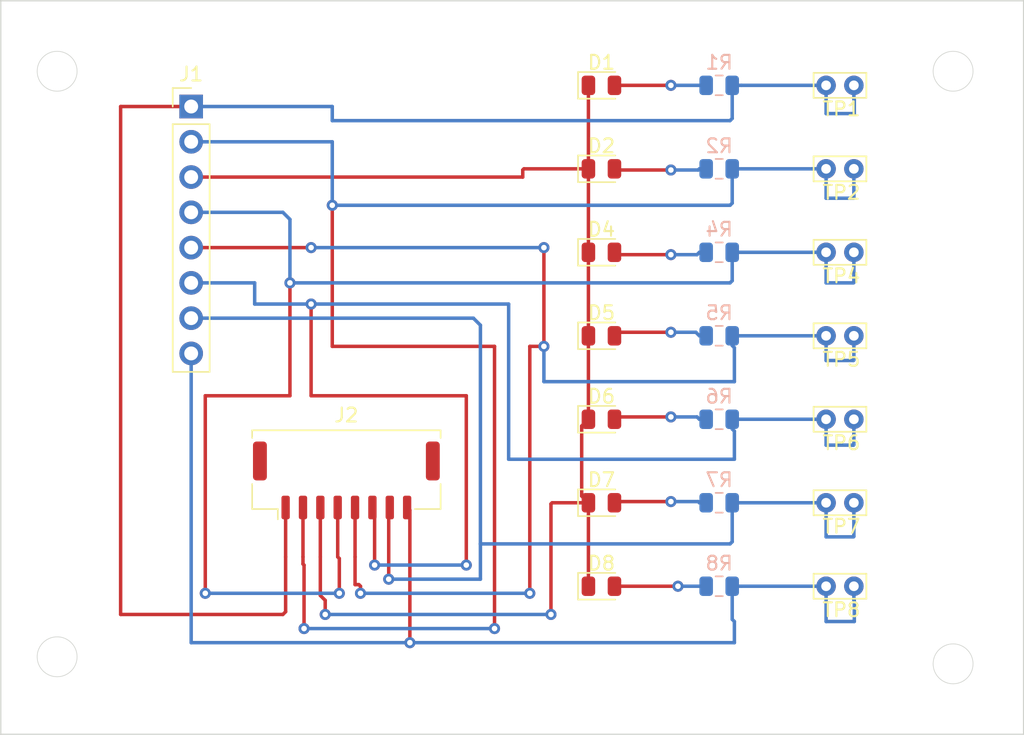
<source format=kicad_pcb>
(kicad_pcb (version 20171130) (host pcbnew "(5.1.5)-3")

  (general
    (thickness 1.6)
    (drawings 8)
    (tracks 230)
    (zones 0)
    (modules 23)
    (nets 16)
  )

  (page A4)
  (layers
    (0 F.Cu signal)
    (31 B.Cu signal)
    (32 B.Adhes user)
    (33 F.Adhes user)
    (34 B.Paste user)
    (35 F.Paste user)
    (36 B.SilkS user)
    (37 F.SilkS user)
    (38 B.Mask user)
    (39 F.Mask user)
    (40 Dwgs.User user)
    (41 Cmts.User user)
    (42 Eco1.User user)
    (43 Eco2.User user)
    (44 Edge.Cuts user)
    (45 Margin user)
    (46 B.CrtYd user)
    (47 F.CrtYd user)
    (48 B.Fab user)
    (49 F.Fab user)
  )

  (setup
    (last_trace_width 0.25)
    (trace_clearance 0.2)
    (zone_clearance 0.508)
    (zone_45_only no)
    (trace_min 0.2)
    (via_size 0.8)
    (via_drill 0.4)
    (via_min_size 0.4)
    (via_min_drill 0.3)
    (uvia_size 0.3)
    (uvia_drill 0.1)
    (uvias_allowed no)
    (uvia_min_size 0.2)
    (uvia_min_drill 0.1)
    (edge_width 0.1)
    (segment_width 0.2)
    (pcb_text_width 0.3)
    (pcb_text_size 1.5 1.5)
    (mod_edge_width 0.15)
    (mod_text_size 1 1)
    (mod_text_width 0.15)
    (pad_size 1.524 1.524)
    (pad_drill 0.762)
    (pad_to_mask_clearance 0)
    (aux_axis_origin 0 0)
    (visible_elements 7FFFFFFF)
    (pcbplotparams
      (layerselection 0x010fc_ffffffff)
      (usegerberextensions false)
      (usegerberattributes false)
      (usegerberadvancedattributes false)
      (creategerberjobfile false)
      (excludeedgelayer true)
      (linewidth 0.100000)
      (plotframeref false)
      (viasonmask false)
      (mode 1)
      (useauxorigin false)
      (hpglpennumber 1)
      (hpglpenspeed 20)
      (hpglpendiameter 15.000000)
      (psnegative false)
      (psa4output false)
      (plotreference true)
      (plotvalue true)
      (plotinvisibletext false)
      (padsonsilk false)
      (subtractmaskfromsilk false)
      (outputformat 1)
      (mirror false)
      (drillshape 1)
      (scaleselection 1)
      (outputdirectory ""))
  )

  (net 0 "")
  (net 1 GND)
  (net 2 "Net-(D1-Pad2)")
  (net 3 "Net-(D2-Pad2)")
  (net 4 "Net-(D4-Pad2)")
  (net 5 "Net-(D5-Pad2)")
  (net 6 "Net-(D6-Pad2)")
  (net 7 "Net-(D7-Pad2)")
  (net 8 "Net-(D8-Pad2)")
  (net 9 +5V)
  (net 10 +3V3)
  (net 11 /SCL)
  (net 12 /SDA)
  (net 13 /SD0)
  (net 14 /NCS)
  (net 15 /CSB)

  (net_class Default "Esta es la clase de red por defecto."
    (clearance 0.2)
    (trace_width 0.25)
    (via_dia 0.8)
    (via_drill 0.4)
    (uvia_dia 0.3)
    (uvia_drill 0.1)
    (add_net +3V3)
    (add_net +5V)
    (add_net /CSB)
    (add_net /NCS)
    (add_net /SCL)
    (add_net /SD0)
    (add_net /SDA)
    (add_net GND)
    (add_net "Net-(D1-Pad2)")
    (add_net "Net-(D2-Pad2)")
    (add_net "Net-(D4-Pad2)")
    (add_net "Net-(D5-Pad2)")
    (add_net "Net-(D6-Pad2)")
    (add_net "Net-(D7-Pad2)")
    (add_net "Net-(D8-Pad2)")
  )

  (module LED_SMD:LED_0805_2012Metric (layer F.Cu) (tedit 5B36C52C) (tstamp 5EFF8DA7)
    (at 157.5585 57.404)
    (descr "LED SMD 0805 (2012 Metric), square (rectangular) end terminal, IPC_7351 nominal, (Body size source: https://docs.google.com/spreadsheets/d/1BsfQQcO9C6DZCsRaXUlFlo91Tg2WpOkGARC1WS5S8t0/edit?usp=sharing), generated with kicad-footprint-generator")
    (tags diode)
    (path /5EFF637E)
    (attr smd)
    (fp_text reference D1 (at 0 -1.65) (layer F.SilkS)
      (effects (font (size 1 1) (thickness 0.15)))
    )
    (fp_text value LED (at 0 1.65) (layer F.Fab)
      (effects (font (size 1 1) (thickness 0.15)))
    )
    (fp_line (start 1 -0.6) (end -0.7 -0.6) (layer F.Fab) (width 0.1))
    (fp_line (start -0.7 -0.6) (end -1 -0.3) (layer F.Fab) (width 0.1))
    (fp_line (start -1 -0.3) (end -1 0.6) (layer F.Fab) (width 0.1))
    (fp_line (start -1 0.6) (end 1 0.6) (layer F.Fab) (width 0.1))
    (fp_line (start 1 0.6) (end 1 -0.6) (layer F.Fab) (width 0.1))
    (fp_line (start 1 -0.96) (end -1.685 -0.96) (layer F.SilkS) (width 0.12))
    (fp_line (start -1.685 -0.96) (end -1.685 0.96) (layer F.SilkS) (width 0.12))
    (fp_line (start -1.685 0.96) (end 1 0.96) (layer F.SilkS) (width 0.12))
    (fp_line (start -1.68 0.95) (end -1.68 -0.95) (layer F.CrtYd) (width 0.05))
    (fp_line (start -1.68 -0.95) (end 1.68 -0.95) (layer F.CrtYd) (width 0.05))
    (fp_line (start 1.68 -0.95) (end 1.68 0.95) (layer F.CrtYd) (width 0.05))
    (fp_line (start 1.68 0.95) (end -1.68 0.95) (layer F.CrtYd) (width 0.05))
    (fp_text user %R (at 0 0) (layer F.Fab)
      (effects (font (size 0.5 0.5) (thickness 0.08)))
    )
    (pad 1 smd roundrect (at -0.9375 0) (size 0.975 1.4) (layers F.Cu F.Paste F.Mask) (roundrect_rratio 0.25)
      (net 1 GND))
    (pad 2 smd roundrect (at 0.9375 0) (size 0.975 1.4) (layers F.Cu F.Paste F.Mask) (roundrect_rratio 0.25)
      (net 2 "Net-(D1-Pad2)"))
    (model ${KISYS3DMOD}/LED_SMD.3dshapes/LED_0805_2012Metric.wrl
      (at (xyz 0 0 0))
      (scale (xyz 1 1 1))
      (rotate (xyz 0 0 0))
    )
  )

  (module LED_SMD:LED_0805_2012Metric (layer F.Cu) (tedit 5B36C52C) (tstamp 5EFF8DBA)
    (at 157.5585 63.415333)
    (descr "LED SMD 0805 (2012 Metric), square (rectangular) end terminal, IPC_7351 nominal, (Body size source: https://docs.google.com/spreadsheets/d/1BsfQQcO9C6DZCsRaXUlFlo91Tg2WpOkGARC1WS5S8t0/edit?usp=sharing), generated with kicad-footprint-generator")
    (tags diode)
    (path /5EFFA6CD)
    (attr smd)
    (fp_text reference D2 (at 0 -1.65) (layer F.SilkS)
      (effects (font (size 1 1) (thickness 0.15)))
    )
    (fp_text value LED (at 0 1.65) (layer F.Fab)
      (effects (font (size 1 1) (thickness 0.15)))
    )
    (fp_text user %R (at 0 0) (layer F.Fab)
      (effects (font (size 0.5 0.5) (thickness 0.08)))
    )
    (fp_line (start 1.68 0.95) (end -1.68 0.95) (layer F.CrtYd) (width 0.05))
    (fp_line (start 1.68 -0.95) (end 1.68 0.95) (layer F.CrtYd) (width 0.05))
    (fp_line (start -1.68 -0.95) (end 1.68 -0.95) (layer F.CrtYd) (width 0.05))
    (fp_line (start -1.68 0.95) (end -1.68 -0.95) (layer F.CrtYd) (width 0.05))
    (fp_line (start -1.685 0.96) (end 1 0.96) (layer F.SilkS) (width 0.12))
    (fp_line (start -1.685 -0.96) (end -1.685 0.96) (layer F.SilkS) (width 0.12))
    (fp_line (start 1 -0.96) (end -1.685 -0.96) (layer F.SilkS) (width 0.12))
    (fp_line (start 1 0.6) (end 1 -0.6) (layer F.Fab) (width 0.1))
    (fp_line (start -1 0.6) (end 1 0.6) (layer F.Fab) (width 0.1))
    (fp_line (start -1 -0.3) (end -1 0.6) (layer F.Fab) (width 0.1))
    (fp_line (start -0.7 -0.6) (end -1 -0.3) (layer F.Fab) (width 0.1))
    (fp_line (start 1 -0.6) (end -0.7 -0.6) (layer F.Fab) (width 0.1))
    (pad 2 smd roundrect (at 0.9375 0) (size 0.975 1.4) (layers F.Cu F.Paste F.Mask) (roundrect_rratio 0.25)
      (net 3 "Net-(D2-Pad2)"))
    (pad 1 smd roundrect (at -0.9375 0) (size 0.975 1.4) (layers F.Cu F.Paste F.Mask) (roundrect_rratio 0.25)
      (net 1 GND))
    (model ${KISYS3DMOD}/LED_SMD.3dshapes/LED_0805_2012Metric.wrl
      (at (xyz 0 0 0))
      (scale (xyz 1 1 1))
      (rotate (xyz 0 0 0))
    )
  )

  (module LED_SMD:LED_0805_2012Metric (layer F.Cu) (tedit 5B36C52C) (tstamp 5EFF8DCD)
    (at 157.5585 69.426666)
    (descr "LED SMD 0805 (2012 Metric), square (rectangular) end terminal, IPC_7351 nominal, (Body size source: https://docs.google.com/spreadsheets/d/1BsfQQcO9C6DZCsRaXUlFlo91Tg2WpOkGARC1WS5S8t0/edit?usp=sharing), generated with kicad-footprint-generator")
    (tags diode)
    (path /5F0059AF)
    (attr smd)
    (fp_text reference D4 (at 0 -1.65) (layer F.SilkS)
      (effects (font (size 1 1) (thickness 0.15)))
    )
    (fp_text value LED (at 0 1.65) (layer F.Fab)
      (effects (font (size 1 1) (thickness 0.15)))
    )
    (fp_line (start 1 -0.6) (end -0.7 -0.6) (layer F.Fab) (width 0.1))
    (fp_line (start -0.7 -0.6) (end -1 -0.3) (layer F.Fab) (width 0.1))
    (fp_line (start -1 -0.3) (end -1 0.6) (layer F.Fab) (width 0.1))
    (fp_line (start -1 0.6) (end 1 0.6) (layer F.Fab) (width 0.1))
    (fp_line (start 1 0.6) (end 1 -0.6) (layer F.Fab) (width 0.1))
    (fp_line (start 1 -0.96) (end -1.685 -0.96) (layer F.SilkS) (width 0.12))
    (fp_line (start -1.685 -0.96) (end -1.685 0.96) (layer F.SilkS) (width 0.12))
    (fp_line (start -1.685 0.96) (end 1 0.96) (layer F.SilkS) (width 0.12))
    (fp_line (start -1.68 0.95) (end -1.68 -0.95) (layer F.CrtYd) (width 0.05))
    (fp_line (start -1.68 -0.95) (end 1.68 -0.95) (layer F.CrtYd) (width 0.05))
    (fp_line (start 1.68 -0.95) (end 1.68 0.95) (layer F.CrtYd) (width 0.05))
    (fp_line (start 1.68 0.95) (end -1.68 0.95) (layer F.CrtYd) (width 0.05))
    (fp_text user %R (at 0 0) (layer F.Fab)
      (effects (font (size 0.5 0.5) (thickness 0.08)))
    )
    (pad 1 smd roundrect (at -0.9375 0) (size 0.975 1.4) (layers F.Cu F.Paste F.Mask) (roundrect_rratio 0.25)
      (net 1 GND))
    (pad 2 smd roundrect (at 0.9375 0) (size 0.975 1.4) (layers F.Cu F.Paste F.Mask) (roundrect_rratio 0.25)
      (net 4 "Net-(D4-Pad2)"))
    (model ${KISYS3DMOD}/LED_SMD.3dshapes/LED_0805_2012Metric.wrl
      (at (xyz 0 0 0))
      (scale (xyz 1 1 1))
      (rotate (xyz 0 0 0))
    )
  )

  (module LED_SMD:LED_0805_2012Metric (layer F.Cu) (tedit 5B36C52C) (tstamp 5EFF8DE0)
    (at 157.5585 75.437999)
    (descr "LED SMD 0805 (2012 Metric), square (rectangular) end terminal, IPC_7351 nominal, (Body size source: https://docs.google.com/spreadsheets/d/1BsfQQcO9C6DZCsRaXUlFlo91Tg2WpOkGARC1WS5S8t0/edit?usp=sharing), generated with kicad-footprint-generator")
    (tags diode)
    (path /5F007B3E)
    (attr smd)
    (fp_text reference D5 (at 0 -1.65) (layer F.SilkS)
      (effects (font (size 1 1) (thickness 0.15)))
    )
    (fp_text value LED (at 0 1.65) (layer F.Fab)
      (effects (font (size 1 1) (thickness 0.15)))
    )
    (fp_line (start 1 -0.6) (end -0.7 -0.6) (layer F.Fab) (width 0.1))
    (fp_line (start -0.7 -0.6) (end -1 -0.3) (layer F.Fab) (width 0.1))
    (fp_line (start -1 -0.3) (end -1 0.6) (layer F.Fab) (width 0.1))
    (fp_line (start -1 0.6) (end 1 0.6) (layer F.Fab) (width 0.1))
    (fp_line (start 1 0.6) (end 1 -0.6) (layer F.Fab) (width 0.1))
    (fp_line (start 1 -0.96) (end -1.685 -0.96) (layer F.SilkS) (width 0.12))
    (fp_line (start -1.685 -0.96) (end -1.685 0.96) (layer F.SilkS) (width 0.12))
    (fp_line (start -1.685 0.96) (end 1 0.96) (layer F.SilkS) (width 0.12))
    (fp_line (start -1.68 0.95) (end -1.68 -0.95) (layer F.CrtYd) (width 0.05))
    (fp_line (start -1.68 -0.95) (end 1.68 -0.95) (layer F.CrtYd) (width 0.05))
    (fp_line (start 1.68 -0.95) (end 1.68 0.95) (layer F.CrtYd) (width 0.05))
    (fp_line (start 1.68 0.95) (end -1.68 0.95) (layer F.CrtYd) (width 0.05))
    (fp_text user %R (at 0 0) (layer F.Fab)
      (effects (font (size 0.5 0.5) (thickness 0.08)))
    )
    (pad 1 smd roundrect (at -0.9375 0) (size 0.975 1.4) (layers F.Cu F.Paste F.Mask) (roundrect_rratio 0.25)
      (net 1 GND))
    (pad 2 smd roundrect (at 0.9375 0) (size 0.975 1.4) (layers F.Cu F.Paste F.Mask) (roundrect_rratio 0.25)
      (net 5 "Net-(D5-Pad2)"))
    (model ${KISYS3DMOD}/LED_SMD.3dshapes/LED_0805_2012Metric.wrl
      (at (xyz 0 0 0))
      (scale (xyz 1 1 1))
      (rotate (xyz 0 0 0))
    )
  )

  (module LED_SMD:LED_0805_2012Metric (layer F.Cu) (tedit 5B36C52C) (tstamp 5EFF8DF3)
    (at 157.5585 81.449332)
    (descr "LED SMD 0805 (2012 Metric), square (rectangular) end terminal, IPC_7351 nominal, (Body size source: https://docs.google.com/spreadsheets/d/1BsfQQcO9C6DZCsRaXUlFlo91Tg2WpOkGARC1WS5S8t0/edit?usp=sharing), generated with kicad-footprint-generator")
    (tags diode)
    (path /5F01755A)
    (attr smd)
    (fp_text reference D6 (at 0 -1.65) (layer F.SilkS)
      (effects (font (size 1 1) (thickness 0.15)))
    )
    (fp_text value LED (at 0 1.65) (layer F.Fab)
      (effects (font (size 1 1) (thickness 0.15)))
    )
    (fp_text user %R (at 0 0) (layer F.Fab)
      (effects (font (size 0.5 0.5) (thickness 0.08)))
    )
    (fp_line (start 1.68 0.95) (end -1.68 0.95) (layer F.CrtYd) (width 0.05))
    (fp_line (start 1.68 -0.95) (end 1.68 0.95) (layer F.CrtYd) (width 0.05))
    (fp_line (start -1.68 -0.95) (end 1.68 -0.95) (layer F.CrtYd) (width 0.05))
    (fp_line (start -1.68 0.95) (end -1.68 -0.95) (layer F.CrtYd) (width 0.05))
    (fp_line (start -1.685 0.96) (end 1 0.96) (layer F.SilkS) (width 0.12))
    (fp_line (start -1.685 -0.96) (end -1.685 0.96) (layer F.SilkS) (width 0.12))
    (fp_line (start 1 -0.96) (end -1.685 -0.96) (layer F.SilkS) (width 0.12))
    (fp_line (start 1 0.6) (end 1 -0.6) (layer F.Fab) (width 0.1))
    (fp_line (start -1 0.6) (end 1 0.6) (layer F.Fab) (width 0.1))
    (fp_line (start -1 -0.3) (end -1 0.6) (layer F.Fab) (width 0.1))
    (fp_line (start -0.7 -0.6) (end -1 -0.3) (layer F.Fab) (width 0.1))
    (fp_line (start 1 -0.6) (end -0.7 -0.6) (layer F.Fab) (width 0.1))
    (pad 2 smd roundrect (at 0.9375 0) (size 0.975 1.4) (layers F.Cu F.Paste F.Mask) (roundrect_rratio 0.25)
      (net 6 "Net-(D6-Pad2)"))
    (pad 1 smd roundrect (at -0.9375 0) (size 0.975 1.4) (layers F.Cu F.Paste F.Mask) (roundrect_rratio 0.25)
      (net 1 GND))
    (model ${KISYS3DMOD}/LED_SMD.3dshapes/LED_0805_2012Metric.wrl
      (at (xyz 0 0 0))
      (scale (xyz 1 1 1))
      (rotate (xyz 0 0 0))
    )
  )

  (module LED_SMD:LED_0805_2012Metric (layer F.Cu) (tedit 5B36C52C) (tstamp 5EFF8E06)
    (at 157.5585 87.460665)
    (descr "LED SMD 0805 (2012 Metric), square (rectangular) end terminal, IPC_7351 nominal, (Body size source: https://docs.google.com/spreadsheets/d/1BsfQQcO9C6DZCsRaXUlFlo91Tg2WpOkGARC1WS5S8t0/edit?usp=sharing), generated with kicad-footprint-generator")
    (tags diode)
    (path /5F019CE8)
    (attr smd)
    (fp_text reference D7 (at 0 -1.65) (layer F.SilkS)
      (effects (font (size 1 1) (thickness 0.15)))
    )
    (fp_text value LED (at 0 1.65) (layer F.Fab)
      (effects (font (size 1 1) (thickness 0.15)))
    )
    (fp_line (start 1 -0.6) (end -0.7 -0.6) (layer F.Fab) (width 0.1))
    (fp_line (start -0.7 -0.6) (end -1 -0.3) (layer F.Fab) (width 0.1))
    (fp_line (start -1 -0.3) (end -1 0.6) (layer F.Fab) (width 0.1))
    (fp_line (start -1 0.6) (end 1 0.6) (layer F.Fab) (width 0.1))
    (fp_line (start 1 0.6) (end 1 -0.6) (layer F.Fab) (width 0.1))
    (fp_line (start 1 -0.96) (end -1.685 -0.96) (layer F.SilkS) (width 0.12))
    (fp_line (start -1.685 -0.96) (end -1.685 0.96) (layer F.SilkS) (width 0.12))
    (fp_line (start -1.685 0.96) (end 1 0.96) (layer F.SilkS) (width 0.12))
    (fp_line (start -1.68 0.95) (end -1.68 -0.95) (layer F.CrtYd) (width 0.05))
    (fp_line (start -1.68 -0.95) (end 1.68 -0.95) (layer F.CrtYd) (width 0.05))
    (fp_line (start 1.68 -0.95) (end 1.68 0.95) (layer F.CrtYd) (width 0.05))
    (fp_line (start 1.68 0.95) (end -1.68 0.95) (layer F.CrtYd) (width 0.05))
    (fp_text user %R (at 0 0) (layer F.Fab)
      (effects (font (size 0.5 0.5) (thickness 0.08)))
    )
    (pad 1 smd roundrect (at -0.9375 0) (size 0.975 1.4) (layers F.Cu F.Paste F.Mask) (roundrect_rratio 0.25)
      (net 1 GND))
    (pad 2 smd roundrect (at 0.9375 0) (size 0.975 1.4) (layers F.Cu F.Paste F.Mask) (roundrect_rratio 0.25)
      (net 7 "Net-(D7-Pad2)"))
    (model ${KISYS3DMOD}/LED_SMD.3dshapes/LED_0805_2012Metric.wrl
      (at (xyz 0 0 0))
      (scale (xyz 1 1 1))
      (rotate (xyz 0 0 0))
    )
  )

  (module LED_SMD:LED_0805_2012Metric (layer F.Cu) (tedit 5B36C52C) (tstamp 5EFF8E19)
    (at 157.5585 93.472)
    (descr "LED SMD 0805 (2012 Metric), square (rectangular) end terminal, IPC_7351 nominal, (Body size source: https://docs.google.com/spreadsheets/d/1BsfQQcO9C6DZCsRaXUlFlo91Tg2WpOkGARC1WS5S8t0/edit?usp=sharing), generated with kicad-footprint-generator")
    (tags diode)
    (path /5F01C3E3)
    (attr smd)
    (fp_text reference D8 (at 0 -1.65) (layer F.SilkS)
      (effects (font (size 1 1) (thickness 0.15)))
    )
    (fp_text value LED (at 0 1.65) (layer F.Fab)
      (effects (font (size 1 1) (thickness 0.15)))
    )
    (fp_text user %R (at 0 0) (layer F.Fab)
      (effects (font (size 0.5 0.5) (thickness 0.08)))
    )
    (fp_line (start 1.68 0.95) (end -1.68 0.95) (layer F.CrtYd) (width 0.05))
    (fp_line (start 1.68 -0.95) (end 1.68 0.95) (layer F.CrtYd) (width 0.05))
    (fp_line (start -1.68 -0.95) (end 1.68 -0.95) (layer F.CrtYd) (width 0.05))
    (fp_line (start -1.68 0.95) (end -1.68 -0.95) (layer F.CrtYd) (width 0.05))
    (fp_line (start -1.685 0.96) (end 1 0.96) (layer F.SilkS) (width 0.12))
    (fp_line (start -1.685 -0.96) (end -1.685 0.96) (layer F.SilkS) (width 0.12))
    (fp_line (start 1 -0.96) (end -1.685 -0.96) (layer F.SilkS) (width 0.12))
    (fp_line (start 1 0.6) (end 1 -0.6) (layer F.Fab) (width 0.1))
    (fp_line (start -1 0.6) (end 1 0.6) (layer F.Fab) (width 0.1))
    (fp_line (start -1 -0.3) (end -1 0.6) (layer F.Fab) (width 0.1))
    (fp_line (start -0.7 -0.6) (end -1 -0.3) (layer F.Fab) (width 0.1))
    (fp_line (start 1 -0.6) (end -0.7 -0.6) (layer F.Fab) (width 0.1))
    (pad 2 smd roundrect (at 0.9375 0) (size 0.975 1.4) (layers F.Cu F.Paste F.Mask) (roundrect_rratio 0.25)
      (net 8 "Net-(D8-Pad2)"))
    (pad 1 smd roundrect (at -0.9375 0) (size 0.975 1.4) (layers F.Cu F.Paste F.Mask) (roundrect_rratio 0.25)
      (net 1 GND))
    (model ${KISYS3DMOD}/LED_SMD.3dshapes/LED_0805_2012Metric.wrl
      (at (xyz 0 0 0))
      (scale (xyz 1 1 1))
      (rotate (xyz 0 0 0))
    )
  )

  (module Connector_PinHeader_2.54mm:PinHeader_1x08_P2.54mm_Vertical (layer F.Cu) (tedit 59FED5CC) (tstamp 5EFF8E35)
    (at 128.016 58.928)
    (descr "Through hole straight pin header, 1x08, 2.54mm pitch, single row")
    (tags "Through hole pin header THT 1x08 2.54mm single row")
    (path /5EFEB033)
    (fp_text reference J1 (at 0 -2.33) (layer F.SilkS)
      (effects (font (size 1 1) (thickness 0.15)))
    )
    (fp_text value Conn_01x08_Female (at 0 20.11) (layer F.Fab)
      (effects (font (size 1 1) (thickness 0.15)))
    )
    (fp_line (start -0.635 -1.27) (end 1.27 -1.27) (layer F.Fab) (width 0.1))
    (fp_line (start 1.27 -1.27) (end 1.27 19.05) (layer F.Fab) (width 0.1))
    (fp_line (start 1.27 19.05) (end -1.27 19.05) (layer F.Fab) (width 0.1))
    (fp_line (start -1.27 19.05) (end -1.27 -0.635) (layer F.Fab) (width 0.1))
    (fp_line (start -1.27 -0.635) (end -0.635 -1.27) (layer F.Fab) (width 0.1))
    (fp_line (start -1.33 19.11) (end 1.33 19.11) (layer F.SilkS) (width 0.12))
    (fp_line (start -1.33 1.27) (end -1.33 19.11) (layer F.SilkS) (width 0.12))
    (fp_line (start 1.33 1.27) (end 1.33 19.11) (layer F.SilkS) (width 0.12))
    (fp_line (start -1.33 1.27) (end 1.33 1.27) (layer F.SilkS) (width 0.12))
    (fp_line (start -1.33 0) (end -1.33 -1.33) (layer F.SilkS) (width 0.12))
    (fp_line (start -1.33 -1.33) (end 0 -1.33) (layer F.SilkS) (width 0.12))
    (fp_line (start -1.8 -1.8) (end -1.8 19.55) (layer F.CrtYd) (width 0.05))
    (fp_line (start -1.8 19.55) (end 1.8 19.55) (layer F.CrtYd) (width 0.05))
    (fp_line (start 1.8 19.55) (end 1.8 -1.8) (layer F.CrtYd) (width 0.05))
    (fp_line (start 1.8 -1.8) (end -1.8 -1.8) (layer F.CrtYd) (width 0.05))
    (fp_text user %R (at 0 8.89 90) (layer F.Fab)
      (effects (font (size 1 1) (thickness 0.15)))
    )
    (pad 1 thru_hole rect (at 0 0) (size 1.7 1.7) (drill 1) (layers *.Cu *.Mask)
      (net 9 +5V))
    (pad 2 thru_hole oval (at 0 2.54) (size 1.7 1.7) (drill 1) (layers *.Cu *.Mask)
      (net 10 +3V3))
    (pad 3 thru_hole oval (at 0 5.08) (size 1.7 1.7) (drill 1) (layers *.Cu *.Mask)
      (net 1 GND))
    (pad 4 thru_hole oval (at 0 7.62) (size 1.7 1.7) (drill 1) (layers *.Cu *.Mask)
      (net 11 /SCL))
    (pad 5 thru_hole oval (at 0 10.16) (size 1.7 1.7) (drill 1) (layers *.Cu *.Mask)
      (net 12 /SDA))
    (pad 6 thru_hole oval (at 0 12.7) (size 1.7 1.7) (drill 1) (layers *.Cu *.Mask)
      (net 13 /SD0))
    (pad 7 thru_hole oval (at 0 15.24) (size 1.7 1.7) (drill 1) (layers *.Cu *.Mask)
      (net 14 /NCS))
    (pad 8 thru_hole oval (at 0 17.78) (size 1.7 1.7) (drill 1) (layers *.Cu *.Mask)
      (net 15 /CSB))
    (model ${KISYS3DMOD}/Connector_PinHeader_2.54mm.3dshapes/PinHeader_1x08_P2.54mm_Vertical.wrl
      (at (xyz 0 0 0))
      (scale (xyz 1 1 1))
      (rotate (xyz 0 0 0))
    )
  )

  (module Connector_Molex:Molex_CLIK-Mate_502382-0870_1x08-1MP_P1.25mm_Vertical (layer F.Cu) (tedit 5B78AD89) (tstamp 5EFF8E56)
    (at 139.192 85.852)
    (descr "Molex CLIK-Mate series connector, 502382-0870 (http://www.molex.com/pdm_docs/sd/5023820270_sd.pdf), generated with kicad-footprint-generator")
    (tags "connector Molex CLIK-Mate side entry")
    (path /5EFF5D9F)
    (attr smd)
    (fp_text reference J2 (at 0 -4.7) (layer F.SilkS)
      (effects (font (size 1 1) (thickness 0.15)))
    )
    (fp_text value Conn_01x08_Female (at 0 4) (layer F.Fab)
      (effects (font (size 1 1) (thickness 0.15)))
    )
    (fp_line (start -6.675 1.95) (end 6.675 1.95) (layer F.Fab) (width 0.1))
    (fp_line (start -6.785 0.26) (end -6.785 2.06) (layer F.SilkS) (width 0.12))
    (fp_line (start -6.785 2.06) (end -4.935 2.06) (layer F.SilkS) (width 0.12))
    (fp_line (start -4.935 2.06) (end -4.935 2.8) (layer F.SilkS) (width 0.12))
    (fp_line (start 6.785 0.26) (end 6.785 2.06) (layer F.SilkS) (width 0.12))
    (fp_line (start 6.785 2.06) (end 4.935 2.06) (layer F.SilkS) (width 0.12))
    (fp_line (start -6.785 -3.06) (end -6.785 -3.61) (layer F.SilkS) (width 0.12))
    (fp_line (start -6.785 -3.61) (end 6.785 -3.61) (layer F.SilkS) (width 0.12))
    (fp_line (start 6.785 -3.61) (end 6.785 -3.06) (layer F.SilkS) (width 0.12))
    (fp_line (start -6.675 -3.5) (end 6.675 -3.5) (layer F.Fab) (width 0.1))
    (fp_line (start -6.675 1.95) (end -6.675 -3.5) (layer F.Fab) (width 0.1))
    (fp_line (start 6.675 1.95) (end 6.675 -3.5) (layer F.Fab) (width 0.1))
    (fp_line (start -7.22 -4) (end -7.22 3.3) (layer F.CrtYd) (width 0.05))
    (fp_line (start -7.22 3.3) (end 7.22 3.3) (layer F.CrtYd) (width 0.05))
    (fp_line (start 7.22 3.3) (end 7.22 -4) (layer F.CrtYd) (width 0.05))
    (fp_line (start 7.22 -4) (end -7.22 -4) (layer F.CrtYd) (width 0.05))
    (fp_line (start -4.875 1.95) (end -4.375 1.242893) (layer F.Fab) (width 0.1))
    (fp_line (start -4.375 1.242893) (end -3.875 1.95) (layer F.Fab) (width 0.1))
    (fp_text user %R (at 0 -0.77) (layer F.Fab)
      (effects (font (size 1 1) (thickness 0.15)))
    )
    (pad 1 smd roundrect (at -4.375 1.95) (size 0.6 1.7) (layers F.Cu F.Paste F.Mask) (roundrect_rratio 0.25)
      (net 9 +5V))
    (pad 2 smd roundrect (at -3.125 1.95) (size 0.6 1.7) (layers F.Cu F.Paste F.Mask) (roundrect_rratio 0.25)
      (net 10 +3V3))
    (pad 3 smd roundrect (at -1.875 1.95) (size 0.6 1.7) (layers F.Cu F.Paste F.Mask) (roundrect_rratio 0.25)
      (net 1 GND))
    (pad 4 smd roundrect (at -0.625 1.95) (size 0.6 1.7) (layers F.Cu F.Paste F.Mask) (roundrect_rratio 0.25)
      (net 11 /SCL))
    (pad 5 smd roundrect (at 0.625 1.95) (size 0.6 1.7) (layers F.Cu F.Paste F.Mask) (roundrect_rratio 0.25)
      (net 12 /SDA))
    (pad 6 smd roundrect (at 1.875 1.95) (size 0.6 1.7) (layers F.Cu F.Paste F.Mask) (roundrect_rratio 0.25)
      (net 13 /SD0))
    (pad 7 smd roundrect (at 3.125 1.95) (size 0.6 1.7) (layers F.Cu F.Paste F.Mask) (roundrect_rratio 0.25)
      (net 14 /NCS))
    (pad 8 smd roundrect (at 4.375 1.95) (size 0.6 1.7) (layers F.Cu F.Paste F.Mask) (roundrect_rratio 0.25)
      (net 15 /CSB))
    (pad MP smd roundrect (at -6.225 -1.4) (size 1 2.8) (layers F.Cu F.Paste F.Mask) (roundrect_rratio 0.25))
    (pad MP smd roundrect (at 6.225 -1.4) (size 1 2.8) (layers F.Cu F.Paste F.Mask) (roundrect_rratio 0.25))
    (model ${KISYS3DMOD}/Connector_Molex.3dshapes/Molex_CLIK-Mate_502382-0870_1x08-1MP_P1.25mm_Vertical.wrl
      (at (xyz 0 0 0))
      (scale (xyz 1 1 1))
      (rotate (xyz 0 0 0))
    )
  )

  (module Resistor_SMD:R_0805_2012Metric (layer B.Cu) (tedit 5B36C52B) (tstamp 5EFF8E67)
    (at 166.0375 57.404 180)
    (descr "Resistor SMD 0805 (2012 Metric), square (rectangular) end terminal, IPC_7351 nominal, (Body size source: https://docs.google.com/spreadsheets/d/1BsfQQcO9C6DZCsRaXUlFlo91Tg2WpOkGARC1WS5S8t0/edit?usp=sharing), generated with kicad-footprint-generator")
    (tags resistor)
    (path /5EFF72B8)
    (attr smd)
    (fp_text reference R1 (at 0 1.65) (layer B.SilkS)
      (effects (font (size 1 1) (thickness 0.15)) (justify mirror))
    )
    (fp_text value R (at 0 -1.65) (layer B.Fab)
      (effects (font (size 1 1) (thickness 0.15)) (justify mirror))
    )
    (fp_line (start -1 -0.6) (end -1 0.6) (layer B.Fab) (width 0.1))
    (fp_line (start -1 0.6) (end 1 0.6) (layer B.Fab) (width 0.1))
    (fp_line (start 1 0.6) (end 1 -0.6) (layer B.Fab) (width 0.1))
    (fp_line (start 1 -0.6) (end -1 -0.6) (layer B.Fab) (width 0.1))
    (fp_line (start -0.258578 0.71) (end 0.258578 0.71) (layer B.SilkS) (width 0.12))
    (fp_line (start -0.258578 -0.71) (end 0.258578 -0.71) (layer B.SilkS) (width 0.12))
    (fp_line (start -1.68 -0.95) (end -1.68 0.95) (layer B.CrtYd) (width 0.05))
    (fp_line (start -1.68 0.95) (end 1.68 0.95) (layer B.CrtYd) (width 0.05))
    (fp_line (start 1.68 0.95) (end 1.68 -0.95) (layer B.CrtYd) (width 0.05))
    (fp_line (start 1.68 -0.95) (end -1.68 -0.95) (layer B.CrtYd) (width 0.05))
    (fp_text user %R (at 0 0) (layer B.Fab)
      (effects (font (size 0.5 0.5) (thickness 0.08)) (justify mirror))
    )
    (pad 1 smd roundrect (at -0.9375 0 180) (size 0.975 1.4) (layers B.Cu B.Paste B.Mask) (roundrect_rratio 0.25)
      (net 9 +5V))
    (pad 2 smd roundrect (at 0.9375 0 180) (size 0.975 1.4) (layers B.Cu B.Paste B.Mask) (roundrect_rratio 0.25)
      (net 2 "Net-(D1-Pad2)"))
    (model ${KISYS3DMOD}/Resistor_SMD.3dshapes/R_0805_2012Metric.wrl
      (at (xyz 0 0 0))
      (scale (xyz 1 1 1))
      (rotate (xyz 0 0 0))
    )
  )

  (module Resistor_SMD:R_0805_2012Metric (layer B.Cu) (tedit 5B36C52B) (tstamp 5EFF8E78)
    (at 166.0375 63.415333 180)
    (descr "Resistor SMD 0805 (2012 Metric), square (rectangular) end terminal, IPC_7351 nominal, (Body size source: https://docs.google.com/spreadsheets/d/1BsfQQcO9C6DZCsRaXUlFlo91Tg2WpOkGARC1WS5S8t0/edit?usp=sharing), generated with kicad-footprint-generator")
    (tags resistor)
    (path /5EFFA6D9)
    (attr smd)
    (fp_text reference R2 (at 0 1.65) (layer B.SilkS)
      (effects (font (size 1 1) (thickness 0.15)) (justify mirror))
    )
    (fp_text value R (at 0 -1.65) (layer B.Fab)
      (effects (font (size 1 1) (thickness 0.15)) (justify mirror))
    )
    (fp_text user %R (at 0 0) (layer B.Fab)
      (effects (font (size 0.5 0.5) (thickness 0.08)) (justify mirror))
    )
    (fp_line (start 1.68 -0.95) (end -1.68 -0.95) (layer B.CrtYd) (width 0.05))
    (fp_line (start 1.68 0.95) (end 1.68 -0.95) (layer B.CrtYd) (width 0.05))
    (fp_line (start -1.68 0.95) (end 1.68 0.95) (layer B.CrtYd) (width 0.05))
    (fp_line (start -1.68 -0.95) (end -1.68 0.95) (layer B.CrtYd) (width 0.05))
    (fp_line (start -0.258578 -0.71) (end 0.258578 -0.71) (layer B.SilkS) (width 0.12))
    (fp_line (start -0.258578 0.71) (end 0.258578 0.71) (layer B.SilkS) (width 0.12))
    (fp_line (start 1 -0.6) (end -1 -0.6) (layer B.Fab) (width 0.1))
    (fp_line (start 1 0.6) (end 1 -0.6) (layer B.Fab) (width 0.1))
    (fp_line (start -1 0.6) (end 1 0.6) (layer B.Fab) (width 0.1))
    (fp_line (start -1 -0.6) (end -1 0.6) (layer B.Fab) (width 0.1))
    (pad 2 smd roundrect (at 0.9375 0 180) (size 0.975 1.4) (layers B.Cu B.Paste B.Mask) (roundrect_rratio 0.25)
      (net 3 "Net-(D2-Pad2)"))
    (pad 1 smd roundrect (at -0.9375 0 180) (size 0.975 1.4) (layers B.Cu B.Paste B.Mask) (roundrect_rratio 0.25)
      (net 10 +3V3))
    (model ${KISYS3DMOD}/Resistor_SMD.3dshapes/R_0805_2012Metric.wrl
      (at (xyz 0 0 0))
      (scale (xyz 1 1 1))
      (rotate (xyz 0 0 0))
    )
  )

  (module Resistor_SMD:R_0805_2012Metric (layer B.Cu) (tedit 5B36C52B) (tstamp 5EFF8E89)
    (at 166.0375 69.426666 180)
    (descr "Resistor SMD 0805 (2012 Metric), square (rectangular) end terminal, IPC_7351 nominal, (Body size source: https://docs.google.com/spreadsheets/d/1BsfQQcO9C6DZCsRaXUlFlo91Tg2WpOkGARC1WS5S8t0/edit?usp=sharing), generated with kicad-footprint-generator")
    (tags resistor)
    (path /5F0059BB)
    (attr smd)
    (fp_text reference R4 (at 0 1.65) (layer B.SilkS)
      (effects (font (size 1 1) (thickness 0.15)) (justify mirror))
    )
    (fp_text value R (at 0 -1.65) (layer B.Fab)
      (effects (font (size 1 1) (thickness 0.15)) (justify mirror))
    )
    (fp_line (start -1 -0.6) (end -1 0.6) (layer B.Fab) (width 0.1))
    (fp_line (start -1 0.6) (end 1 0.6) (layer B.Fab) (width 0.1))
    (fp_line (start 1 0.6) (end 1 -0.6) (layer B.Fab) (width 0.1))
    (fp_line (start 1 -0.6) (end -1 -0.6) (layer B.Fab) (width 0.1))
    (fp_line (start -0.258578 0.71) (end 0.258578 0.71) (layer B.SilkS) (width 0.12))
    (fp_line (start -0.258578 -0.71) (end 0.258578 -0.71) (layer B.SilkS) (width 0.12))
    (fp_line (start -1.68 -0.95) (end -1.68 0.95) (layer B.CrtYd) (width 0.05))
    (fp_line (start -1.68 0.95) (end 1.68 0.95) (layer B.CrtYd) (width 0.05))
    (fp_line (start 1.68 0.95) (end 1.68 -0.95) (layer B.CrtYd) (width 0.05))
    (fp_line (start 1.68 -0.95) (end -1.68 -0.95) (layer B.CrtYd) (width 0.05))
    (fp_text user %R (at 0 0) (layer B.Fab)
      (effects (font (size 0.5 0.5) (thickness 0.08)) (justify mirror))
    )
    (pad 1 smd roundrect (at -0.9375 0 180) (size 0.975 1.4) (layers B.Cu B.Paste B.Mask) (roundrect_rratio 0.25)
      (net 11 /SCL))
    (pad 2 smd roundrect (at 0.9375 0 180) (size 0.975 1.4) (layers B.Cu B.Paste B.Mask) (roundrect_rratio 0.25)
      (net 4 "Net-(D4-Pad2)"))
    (model ${KISYS3DMOD}/Resistor_SMD.3dshapes/R_0805_2012Metric.wrl
      (at (xyz 0 0 0))
      (scale (xyz 1 1 1))
      (rotate (xyz 0 0 0))
    )
  )

  (module Resistor_SMD:R_0805_2012Metric (layer B.Cu) (tedit 5B36C52B) (tstamp 5EFF8E9A)
    (at 166.0375 75.437999 180)
    (descr "Resistor SMD 0805 (2012 Metric), square (rectangular) end terminal, IPC_7351 nominal, (Body size source: https://docs.google.com/spreadsheets/d/1BsfQQcO9C6DZCsRaXUlFlo91Tg2WpOkGARC1WS5S8t0/edit?usp=sharing), generated with kicad-footprint-generator")
    (tags resistor)
    (path /5F083B2F)
    (attr smd)
    (fp_text reference R5 (at 0 1.65) (layer B.SilkS)
      (effects (font (size 1 1) (thickness 0.15)) (justify mirror))
    )
    (fp_text value R (at 0 -1.65) (layer B.Fab)
      (effects (font (size 1 1) (thickness 0.15)) (justify mirror))
    )
    (fp_line (start -1 -0.6) (end -1 0.6) (layer B.Fab) (width 0.1))
    (fp_line (start -1 0.6) (end 1 0.6) (layer B.Fab) (width 0.1))
    (fp_line (start 1 0.6) (end 1 -0.6) (layer B.Fab) (width 0.1))
    (fp_line (start 1 -0.6) (end -1 -0.6) (layer B.Fab) (width 0.1))
    (fp_line (start -0.258578 0.71) (end 0.258578 0.71) (layer B.SilkS) (width 0.12))
    (fp_line (start -0.258578 -0.71) (end 0.258578 -0.71) (layer B.SilkS) (width 0.12))
    (fp_line (start -1.68 -0.95) (end -1.68 0.95) (layer B.CrtYd) (width 0.05))
    (fp_line (start -1.68 0.95) (end 1.68 0.95) (layer B.CrtYd) (width 0.05))
    (fp_line (start 1.68 0.95) (end 1.68 -0.95) (layer B.CrtYd) (width 0.05))
    (fp_line (start 1.68 -0.95) (end -1.68 -0.95) (layer B.CrtYd) (width 0.05))
    (fp_text user %R (at 0 0) (layer B.Fab)
      (effects (font (size 0.5 0.5) (thickness 0.08)) (justify mirror))
    )
    (pad 1 smd roundrect (at -0.9375 0 180) (size 0.975 1.4) (layers B.Cu B.Paste B.Mask) (roundrect_rratio 0.25)
      (net 12 /SDA))
    (pad 2 smd roundrect (at 0.9375 0 180) (size 0.975 1.4) (layers B.Cu B.Paste B.Mask) (roundrect_rratio 0.25)
      (net 5 "Net-(D5-Pad2)"))
    (model ${KISYS3DMOD}/Resistor_SMD.3dshapes/R_0805_2012Metric.wrl
      (at (xyz 0 0 0))
      (scale (xyz 1 1 1))
      (rotate (xyz 0 0 0))
    )
  )

  (module Resistor_SMD:R_0805_2012Metric (layer B.Cu) (tedit 5B36C52B) (tstamp 5EFF8EAB)
    (at 166.0375 81.449332 180)
    (descr "Resistor SMD 0805 (2012 Metric), square (rectangular) end terminal, IPC_7351 nominal, (Body size source: https://docs.google.com/spreadsheets/d/1BsfQQcO9C6DZCsRaXUlFlo91Tg2WpOkGARC1WS5S8t0/edit?usp=sharing), generated with kicad-footprint-generator")
    (tags resistor)
    (path /5F017566)
    (attr smd)
    (fp_text reference R6 (at 0 1.65) (layer B.SilkS)
      (effects (font (size 1 1) (thickness 0.15)) (justify mirror))
    )
    (fp_text value R (at 0 -1.65) (layer B.Fab)
      (effects (font (size 1 1) (thickness 0.15)) (justify mirror))
    )
    (fp_line (start -1 -0.6) (end -1 0.6) (layer B.Fab) (width 0.1))
    (fp_line (start -1 0.6) (end 1 0.6) (layer B.Fab) (width 0.1))
    (fp_line (start 1 0.6) (end 1 -0.6) (layer B.Fab) (width 0.1))
    (fp_line (start 1 -0.6) (end -1 -0.6) (layer B.Fab) (width 0.1))
    (fp_line (start -0.258578 0.71) (end 0.258578 0.71) (layer B.SilkS) (width 0.12))
    (fp_line (start -0.258578 -0.71) (end 0.258578 -0.71) (layer B.SilkS) (width 0.12))
    (fp_line (start -1.68 -0.95) (end -1.68 0.95) (layer B.CrtYd) (width 0.05))
    (fp_line (start -1.68 0.95) (end 1.68 0.95) (layer B.CrtYd) (width 0.05))
    (fp_line (start 1.68 0.95) (end 1.68 -0.95) (layer B.CrtYd) (width 0.05))
    (fp_line (start 1.68 -0.95) (end -1.68 -0.95) (layer B.CrtYd) (width 0.05))
    (fp_text user %R (at 0 0) (layer B.Fab)
      (effects (font (size 0.5 0.5) (thickness 0.08)) (justify mirror))
    )
    (pad 1 smd roundrect (at -0.9375 0 180) (size 0.975 1.4) (layers B.Cu B.Paste B.Mask) (roundrect_rratio 0.25)
      (net 13 /SD0))
    (pad 2 smd roundrect (at 0.9375 0 180) (size 0.975 1.4) (layers B.Cu B.Paste B.Mask) (roundrect_rratio 0.25)
      (net 6 "Net-(D6-Pad2)"))
    (model ${KISYS3DMOD}/Resistor_SMD.3dshapes/R_0805_2012Metric.wrl
      (at (xyz 0 0 0))
      (scale (xyz 1 1 1))
      (rotate (xyz 0 0 0))
    )
  )

  (module Resistor_SMD:R_0805_2012Metric (layer B.Cu) (tedit 5B36C52B) (tstamp 5EFF8EBC)
    (at 166.0375 87.460665 180)
    (descr "Resistor SMD 0805 (2012 Metric), square (rectangular) end terminal, IPC_7351 nominal, (Body size source: https://docs.google.com/spreadsheets/d/1BsfQQcO9C6DZCsRaXUlFlo91Tg2WpOkGARC1WS5S8t0/edit?usp=sharing), generated with kicad-footprint-generator")
    (tags resistor)
    (path /5F019CF4)
    (attr smd)
    (fp_text reference R7 (at 0 1.65) (layer B.SilkS)
      (effects (font (size 1 1) (thickness 0.15)) (justify mirror))
    )
    (fp_text value R (at 0 -1.65) (layer B.Fab)
      (effects (font (size 1 1) (thickness 0.15)) (justify mirror))
    )
    (fp_text user %R (at 0 0) (layer B.Fab)
      (effects (font (size 0.5 0.5) (thickness 0.08)) (justify mirror))
    )
    (fp_line (start 1.68 -0.95) (end -1.68 -0.95) (layer B.CrtYd) (width 0.05))
    (fp_line (start 1.68 0.95) (end 1.68 -0.95) (layer B.CrtYd) (width 0.05))
    (fp_line (start -1.68 0.95) (end 1.68 0.95) (layer B.CrtYd) (width 0.05))
    (fp_line (start -1.68 -0.95) (end -1.68 0.95) (layer B.CrtYd) (width 0.05))
    (fp_line (start -0.258578 -0.71) (end 0.258578 -0.71) (layer B.SilkS) (width 0.12))
    (fp_line (start -0.258578 0.71) (end 0.258578 0.71) (layer B.SilkS) (width 0.12))
    (fp_line (start 1 -0.6) (end -1 -0.6) (layer B.Fab) (width 0.1))
    (fp_line (start 1 0.6) (end 1 -0.6) (layer B.Fab) (width 0.1))
    (fp_line (start -1 0.6) (end 1 0.6) (layer B.Fab) (width 0.1))
    (fp_line (start -1 -0.6) (end -1 0.6) (layer B.Fab) (width 0.1))
    (pad 2 smd roundrect (at 0.9375 0 180) (size 0.975 1.4) (layers B.Cu B.Paste B.Mask) (roundrect_rratio 0.25)
      (net 7 "Net-(D7-Pad2)"))
    (pad 1 smd roundrect (at -0.9375 0 180) (size 0.975 1.4) (layers B.Cu B.Paste B.Mask) (roundrect_rratio 0.25)
      (net 14 /NCS))
    (model ${KISYS3DMOD}/Resistor_SMD.3dshapes/R_0805_2012Metric.wrl
      (at (xyz 0 0 0))
      (scale (xyz 1 1 1))
      (rotate (xyz 0 0 0))
    )
  )

  (module Resistor_SMD:R_0805_2012Metric (layer B.Cu) (tedit 5B36C52B) (tstamp 5EFF8ECD)
    (at 166.0375 93.472 180)
    (descr "Resistor SMD 0805 (2012 Metric), square (rectangular) end terminal, IPC_7351 nominal, (Body size source: https://docs.google.com/spreadsheets/d/1BsfQQcO9C6DZCsRaXUlFlo91Tg2WpOkGARC1WS5S8t0/edit?usp=sharing), generated with kicad-footprint-generator")
    (tags resistor)
    (path /5F01C3EF)
    (attr smd)
    (fp_text reference R8 (at 0 1.65) (layer B.SilkS)
      (effects (font (size 1 1) (thickness 0.15)) (justify mirror))
    )
    (fp_text value R (at 0 -1.65) (layer B.Fab)
      (effects (font (size 1 1) (thickness 0.15)) (justify mirror))
    )
    (fp_text user %R (at 0 0) (layer B.Fab)
      (effects (font (size 0.5 0.5) (thickness 0.08)) (justify mirror))
    )
    (fp_line (start 1.68 -0.95) (end -1.68 -0.95) (layer B.CrtYd) (width 0.05))
    (fp_line (start 1.68 0.95) (end 1.68 -0.95) (layer B.CrtYd) (width 0.05))
    (fp_line (start -1.68 0.95) (end 1.68 0.95) (layer B.CrtYd) (width 0.05))
    (fp_line (start -1.68 -0.95) (end -1.68 0.95) (layer B.CrtYd) (width 0.05))
    (fp_line (start -0.258578 -0.71) (end 0.258578 -0.71) (layer B.SilkS) (width 0.12))
    (fp_line (start -0.258578 0.71) (end 0.258578 0.71) (layer B.SilkS) (width 0.12))
    (fp_line (start 1 -0.6) (end -1 -0.6) (layer B.Fab) (width 0.1))
    (fp_line (start 1 0.6) (end 1 -0.6) (layer B.Fab) (width 0.1))
    (fp_line (start -1 0.6) (end 1 0.6) (layer B.Fab) (width 0.1))
    (fp_line (start -1 -0.6) (end -1 0.6) (layer B.Fab) (width 0.1))
    (pad 2 smd roundrect (at 0.9375 0 180) (size 0.975 1.4) (layers B.Cu B.Paste B.Mask) (roundrect_rratio 0.25)
      (net 8 "Net-(D8-Pad2)"))
    (pad 1 smd roundrect (at -0.9375 0 180) (size 0.975 1.4) (layers B.Cu B.Paste B.Mask) (roundrect_rratio 0.25)
      (net 15 /CSB))
    (model ${KISYS3DMOD}/Resistor_SMD.3dshapes/R_0805_2012Metric.wrl
      (at (xyz 0 0 0))
      (scale (xyz 1 1 1))
      (rotate (xyz 0 0 0))
    )
  )

  (module TestPoint:TestPoint_Bridge_Pitch2.0mm_Drill0.7mm (layer F.Cu) (tedit 5A0F774F) (tstamp 5EFF8EDD)
    (at 173.736 57.404)
    (descr "wire loop as test point, pitch 2.0mm, hole diameter 0.7mm, wire diameter 0.5mm")
    (tags "test point wire loop")
    (path /5EFF6D89)
    (fp_text reference TP1 (at 1.1 1.7) (layer F.SilkS)
      (effects (font (size 1 1) (thickness 0.15)))
    )
    (fp_text value TestPoint (at 1 -1.7) (layer F.Fab)
      (effects (font (size 1 1) (thickness 0.15)))
    )
    (fp_text user %R (at 1.1 1.7) (layer F.Fab)
      (effects (font (size 1 1) (thickness 0.15)))
    )
    (fp_line (start 2 0) (end 0 0) (layer F.Fab) (width 0.12))
    (fp_line (start 2.9 -0.9) (end -0.9 -0.9) (layer F.SilkS) (width 0.12))
    (fp_line (start -0.9 -0.9) (end -0.9 0.9) (layer F.SilkS) (width 0.12))
    (fp_line (start -0.9 0.9) (end 2.9 0.9) (layer F.SilkS) (width 0.12))
    (fp_line (start 2.9 0.9) (end 2.9 -0.9) (layer F.SilkS) (width 0.12))
    (fp_line (start 3.2 -1.2) (end -1.2 -1.2) (layer F.CrtYd) (width 0.05))
    (fp_line (start 3.2 -1.2) (end 3.2 1.2) (layer F.CrtYd) (width 0.05))
    (fp_line (start -1.2 1.2) (end -1.2 -1.2) (layer F.CrtYd) (width 0.05))
    (fp_line (start -1.2 1.2) (end 3.2 1.2) (layer F.CrtYd) (width 0.05))
    (pad 1 thru_hole circle (at 0 0) (size 1.4 1.4) (drill 0.7) (layers *.Cu *.Mask)
      (net 9 +5V))
    (pad 1 thru_hole circle (at 2 0) (size 1.4 1.4) (drill 0.7) (layers *.Cu *.Mask)
      (net 9 +5V))
    (model ${KISYS3DMOD}/TestPoint.3dshapes/TestPoint_Bridge_Pitch2.0mm_Drill0.7mm.wrl
      (at (xyz 0 0 0))
      (scale (xyz 1 1 1))
      (rotate (xyz 0 0 0))
    )
  )

  (module TestPoint:TestPoint_Bridge_Pitch2.0mm_Drill0.7mm (layer F.Cu) (tedit 5A0F774F) (tstamp 5EFF8EED)
    (at 173.736 63.415333)
    (descr "wire loop as test point, pitch 2.0mm, hole diameter 0.7mm, wire diameter 0.5mm")
    (tags "test point wire loop")
    (path /5EFFA6D3)
    (fp_text reference TP2 (at 1.1 1.7) (layer F.SilkS)
      (effects (font (size 1 1) (thickness 0.15)))
    )
    (fp_text value TestPoint (at 1 -1.7) (layer F.Fab)
      (effects (font (size 1 1) (thickness 0.15)))
    )
    (fp_text user %R (at 1.1 1.7) (layer F.Fab)
      (effects (font (size 1 1) (thickness 0.15)))
    )
    (fp_line (start 2 0) (end 0 0) (layer F.Fab) (width 0.12))
    (fp_line (start 2.9 -0.9) (end -0.9 -0.9) (layer F.SilkS) (width 0.12))
    (fp_line (start -0.9 -0.9) (end -0.9 0.9) (layer F.SilkS) (width 0.12))
    (fp_line (start -0.9 0.9) (end 2.9 0.9) (layer F.SilkS) (width 0.12))
    (fp_line (start 2.9 0.9) (end 2.9 -0.9) (layer F.SilkS) (width 0.12))
    (fp_line (start 3.2 -1.2) (end -1.2 -1.2) (layer F.CrtYd) (width 0.05))
    (fp_line (start 3.2 -1.2) (end 3.2 1.2) (layer F.CrtYd) (width 0.05))
    (fp_line (start -1.2 1.2) (end -1.2 -1.2) (layer F.CrtYd) (width 0.05))
    (fp_line (start -1.2 1.2) (end 3.2 1.2) (layer F.CrtYd) (width 0.05))
    (pad 1 thru_hole circle (at 0 0) (size 1.4 1.4) (drill 0.7) (layers *.Cu *.Mask)
      (net 10 +3V3))
    (pad 1 thru_hole circle (at 2 0) (size 1.4 1.4) (drill 0.7) (layers *.Cu *.Mask)
      (net 10 +3V3))
    (model ${KISYS3DMOD}/TestPoint.3dshapes/TestPoint_Bridge_Pitch2.0mm_Drill0.7mm.wrl
      (at (xyz 0 0 0))
      (scale (xyz 1 1 1))
      (rotate (xyz 0 0 0))
    )
  )

  (module TestPoint:TestPoint_Bridge_Pitch2.0mm_Drill0.7mm (layer F.Cu) (tedit 5A0F774F) (tstamp 5EFF8EFD)
    (at 173.736 69.426666)
    (descr "wire loop as test point, pitch 2.0mm, hole diameter 0.7mm, wire diameter 0.5mm")
    (tags "test point wire loop")
    (path /5F0059B5)
    (fp_text reference TP4 (at 1.1 1.7) (layer F.SilkS)
      (effects (font (size 1 1) (thickness 0.15)))
    )
    (fp_text value TestPoint (at 1 -1.7) (layer F.Fab)
      (effects (font (size 1 1) (thickness 0.15)))
    )
    (fp_line (start -1.2 1.2) (end 3.2 1.2) (layer F.CrtYd) (width 0.05))
    (fp_line (start -1.2 1.2) (end -1.2 -1.2) (layer F.CrtYd) (width 0.05))
    (fp_line (start 3.2 -1.2) (end 3.2 1.2) (layer F.CrtYd) (width 0.05))
    (fp_line (start 3.2 -1.2) (end -1.2 -1.2) (layer F.CrtYd) (width 0.05))
    (fp_line (start 2.9 0.9) (end 2.9 -0.9) (layer F.SilkS) (width 0.12))
    (fp_line (start -0.9 0.9) (end 2.9 0.9) (layer F.SilkS) (width 0.12))
    (fp_line (start -0.9 -0.9) (end -0.9 0.9) (layer F.SilkS) (width 0.12))
    (fp_line (start 2.9 -0.9) (end -0.9 -0.9) (layer F.SilkS) (width 0.12))
    (fp_line (start 2 0) (end 0 0) (layer F.Fab) (width 0.12))
    (fp_text user %R (at 1.1 1.7) (layer F.Fab)
      (effects (font (size 1 1) (thickness 0.15)))
    )
    (pad 1 thru_hole circle (at 2 0) (size 1.4 1.4) (drill 0.7) (layers *.Cu *.Mask)
      (net 11 /SCL))
    (pad 1 thru_hole circle (at 0 0) (size 1.4 1.4) (drill 0.7) (layers *.Cu *.Mask)
      (net 11 /SCL))
    (model ${KISYS3DMOD}/TestPoint.3dshapes/TestPoint_Bridge_Pitch2.0mm_Drill0.7mm.wrl
      (at (xyz 0 0 0))
      (scale (xyz 1 1 1))
      (rotate (xyz 0 0 0))
    )
  )

  (module TestPoint:TestPoint_Bridge_Pitch2.0mm_Drill0.7mm (layer F.Cu) (tedit 5A0F774F) (tstamp 5EFF8F0D)
    (at 173.736 75.437999)
    (descr "wire loop as test point, pitch 2.0mm, hole diameter 0.7mm, wire diameter 0.5mm")
    (tags "test point wire loop")
    (path /5F007B44)
    (fp_text reference TP5 (at 1.1 1.7) (layer F.SilkS)
      (effects (font (size 1 1) (thickness 0.15)))
    )
    (fp_text value TestPoint (at 1 -1.7) (layer F.Fab)
      (effects (font (size 1 1) (thickness 0.15)))
    )
    (fp_text user %R (at 1.1 1.7) (layer F.Fab)
      (effects (font (size 1 1) (thickness 0.15)))
    )
    (fp_line (start 2 0) (end 0 0) (layer F.Fab) (width 0.12))
    (fp_line (start 2.9 -0.9) (end -0.9 -0.9) (layer F.SilkS) (width 0.12))
    (fp_line (start -0.9 -0.9) (end -0.9 0.9) (layer F.SilkS) (width 0.12))
    (fp_line (start -0.9 0.9) (end 2.9 0.9) (layer F.SilkS) (width 0.12))
    (fp_line (start 2.9 0.9) (end 2.9 -0.9) (layer F.SilkS) (width 0.12))
    (fp_line (start 3.2 -1.2) (end -1.2 -1.2) (layer F.CrtYd) (width 0.05))
    (fp_line (start 3.2 -1.2) (end 3.2 1.2) (layer F.CrtYd) (width 0.05))
    (fp_line (start -1.2 1.2) (end -1.2 -1.2) (layer F.CrtYd) (width 0.05))
    (fp_line (start -1.2 1.2) (end 3.2 1.2) (layer F.CrtYd) (width 0.05))
    (pad 1 thru_hole circle (at 0 0) (size 1.4 1.4) (drill 0.7) (layers *.Cu *.Mask)
      (net 12 /SDA))
    (pad 1 thru_hole circle (at 2 0) (size 1.4 1.4) (drill 0.7) (layers *.Cu *.Mask)
      (net 12 /SDA))
    (model ${KISYS3DMOD}/TestPoint.3dshapes/TestPoint_Bridge_Pitch2.0mm_Drill0.7mm.wrl
      (at (xyz 0 0 0))
      (scale (xyz 1 1 1))
      (rotate (xyz 0 0 0))
    )
  )

  (module TestPoint:TestPoint_Bridge_Pitch2.0mm_Drill0.7mm (layer F.Cu) (tedit 5A0F774F) (tstamp 5EFF8F1D)
    (at 173.736 81.449332)
    (descr "wire loop as test point, pitch 2.0mm, hole diameter 0.7mm, wire diameter 0.5mm")
    (tags "test point wire loop")
    (path /5F017560)
    (fp_text reference TP6 (at 1.1 1.7) (layer F.SilkS)
      (effects (font (size 1 1) (thickness 0.15)))
    )
    (fp_text value TestPoint (at 1 -1.7) (layer F.Fab)
      (effects (font (size 1 1) (thickness 0.15)))
    )
    (fp_text user %R (at 1.1 1.7) (layer F.Fab)
      (effects (font (size 1 1) (thickness 0.15)))
    )
    (fp_line (start 2 0) (end 0 0) (layer F.Fab) (width 0.12))
    (fp_line (start 2.9 -0.9) (end -0.9 -0.9) (layer F.SilkS) (width 0.12))
    (fp_line (start -0.9 -0.9) (end -0.9 0.9) (layer F.SilkS) (width 0.12))
    (fp_line (start -0.9 0.9) (end 2.9 0.9) (layer F.SilkS) (width 0.12))
    (fp_line (start 2.9 0.9) (end 2.9 -0.9) (layer F.SilkS) (width 0.12))
    (fp_line (start 3.2 -1.2) (end -1.2 -1.2) (layer F.CrtYd) (width 0.05))
    (fp_line (start 3.2 -1.2) (end 3.2 1.2) (layer F.CrtYd) (width 0.05))
    (fp_line (start -1.2 1.2) (end -1.2 -1.2) (layer F.CrtYd) (width 0.05))
    (fp_line (start -1.2 1.2) (end 3.2 1.2) (layer F.CrtYd) (width 0.05))
    (pad 1 thru_hole circle (at 0 0) (size 1.4 1.4) (drill 0.7) (layers *.Cu *.Mask)
      (net 13 /SD0))
    (pad 1 thru_hole circle (at 2 0) (size 1.4 1.4) (drill 0.7) (layers *.Cu *.Mask)
      (net 13 /SD0))
    (model ${KISYS3DMOD}/TestPoint.3dshapes/TestPoint_Bridge_Pitch2.0mm_Drill0.7mm.wrl
      (at (xyz 0 0 0))
      (scale (xyz 1 1 1))
      (rotate (xyz 0 0 0))
    )
  )

  (module TestPoint:TestPoint_Bridge_Pitch2.0mm_Drill0.7mm (layer F.Cu) (tedit 5A0F774F) (tstamp 5EFF8F2D)
    (at 173.736 87.460665)
    (descr "wire loop as test point, pitch 2.0mm, hole diameter 0.7mm, wire diameter 0.5mm")
    (tags "test point wire loop")
    (path /5F019CEE)
    (fp_text reference TP7 (at 1.1 1.7) (layer F.SilkS)
      (effects (font (size 1 1) (thickness 0.15)))
    )
    (fp_text value TestPoint (at 1 -1.7) (layer F.Fab)
      (effects (font (size 1 1) (thickness 0.15)))
    )
    (fp_line (start -1.2 1.2) (end 3.2 1.2) (layer F.CrtYd) (width 0.05))
    (fp_line (start -1.2 1.2) (end -1.2 -1.2) (layer F.CrtYd) (width 0.05))
    (fp_line (start 3.2 -1.2) (end 3.2 1.2) (layer F.CrtYd) (width 0.05))
    (fp_line (start 3.2 -1.2) (end -1.2 -1.2) (layer F.CrtYd) (width 0.05))
    (fp_line (start 2.9 0.9) (end 2.9 -0.9) (layer F.SilkS) (width 0.12))
    (fp_line (start -0.9 0.9) (end 2.9 0.9) (layer F.SilkS) (width 0.12))
    (fp_line (start -0.9 -0.9) (end -0.9 0.9) (layer F.SilkS) (width 0.12))
    (fp_line (start 2.9 -0.9) (end -0.9 -0.9) (layer F.SilkS) (width 0.12))
    (fp_line (start 2 0) (end 0 0) (layer F.Fab) (width 0.12))
    (fp_text user %R (at 1.1 1.7) (layer F.Fab)
      (effects (font (size 1 1) (thickness 0.15)))
    )
    (pad 1 thru_hole circle (at 2 0) (size 1.4 1.4) (drill 0.7) (layers *.Cu *.Mask)
      (net 14 /NCS))
    (pad 1 thru_hole circle (at 0 0) (size 1.4 1.4) (drill 0.7) (layers *.Cu *.Mask)
      (net 14 /NCS))
    (model ${KISYS3DMOD}/TestPoint.3dshapes/TestPoint_Bridge_Pitch2.0mm_Drill0.7mm.wrl
      (at (xyz 0 0 0))
      (scale (xyz 1 1 1))
      (rotate (xyz 0 0 0))
    )
  )

  (module TestPoint:TestPoint_Bridge_Pitch2.0mm_Drill0.7mm (layer F.Cu) (tedit 5A0F774F) (tstamp 5EFF8F3D)
    (at 173.736 93.472)
    (descr "wire loop as test point, pitch 2.0mm, hole diameter 0.7mm, wire diameter 0.5mm")
    (tags "test point wire loop")
    (path /5F01C3E9)
    (fp_text reference TP8 (at 1.1 1.7) (layer F.SilkS)
      (effects (font (size 1 1) (thickness 0.15)))
    )
    (fp_text value TestPoint (at 1 -1.7) (layer F.Fab)
      (effects (font (size 1 1) (thickness 0.15)))
    )
    (fp_line (start -1.2 1.2) (end 3.2 1.2) (layer F.CrtYd) (width 0.05))
    (fp_line (start -1.2 1.2) (end -1.2 -1.2) (layer F.CrtYd) (width 0.05))
    (fp_line (start 3.2 -1.2) (end 3.2 1.2) (layer F.CrtYd) (width 0.05))
    (fp_line (start 3.2 -1.2) (end -1.2 -1.2) (layer F.CrtYd) (width 0.05))
    (fp_line (start 2.9 0.9) (end 2.9 -0.9) (layer F.SilkS) (width 0.12))
    (fp_line (start -0.9 0.9) (end 2.9 0.9) (layer F.SilkS) (width 0.12))
    (fp_line (start -0.9 -0.9) (end -0.9 0.9) (layer F.SilkS) (width 0.12))
    (fp_line (start 2.9 -0.9) (end -0.9 -0.9) (layer F.SilkS) (width 0.12))
    (fp_line (start 2 0) (end 0 0) (layer F.Fab) (width 0.12))
    (fp_text user %R (at 1.1 1.7) (layer F.Fab)
      (effects (font (size 1 1) (thickness 0.15)))
    )
    (pad 1 thru_hole circle (at 2 0) (size 1.4 1.4) (drill 0.7) (layers *.Cu *.Mask)
      (net 15 /CSB))
    (pad 1 thru_hole circle (at 0 0) (size 1.4 1.4) (drill 0.7) (layers *.Cu *.Mask)
      (net 15 /CSB))
    (model ${KISYS3DMOD}/TestPoint.3dshapes/TestPoint_Bridge_Pitch2.0mm_Drill0.7mm.wrl
      (at (xyz 0 0 0))
      (scale (xyz 1 1 1))
      (rotate (xyz 0 0 0))
    )
  )

  (gr_circle (center 118.364 56.388) (end 119.38 57.404) (layer Edge.Cuts) (width 0.05) (tstamp 5EFF79D1))
  (gr_circle (center 118.364 98.552) (end 119.38 99.568) (layer Edge.Cuts) (width 0.05) (tstamp 5EFF79D1))
  (gr_circle (center 182.88 56.388) (end 183.896 57.404) (layer Edge.Cuts) (width 0.05) (tstamp 5EFF79D1))
  (gr_circle (center 182.88 99.06) (end 183.896 100.076) (layer Edge.Cuts) (width 0.05) (tstamp 5EFF79D1))
  (gr_line (start 187.96 51.308) (end 187.96 104.14) (layer Edge.Cuts) (width 0.1))
  (gr_line (start 114.3 51.308) (end 187.96 51.308) (layer Edge.Cuts) (width 0.1))
  (gr_line (start 114.3 104.14) (end 114.3 51.308) (layer Edge.Cuts) (width 0.1))
  (gr_line (start 187.96 104.14) (end 114.3 104.14) (layer Edge.Cuts) (width 0.1))

  (segment (start 156.621 57.404) (end 156.621 63.415333) (width 0.25) (layer F.Cu) (net 1))
  (segment (start 156.621 63.415333) (end 156.621 69.426666) (width 0.25) (layer F.Cu) (net 1))
  (segment (start 156.621 69.426666) (end 156.621 75.437999) (width 0.25) (layer F.Cu) (net 1))
  (segment (start 156.621 76.137999) (end 156.621 81.449332) (width 0.25) (layer F.Cu) (net 1))
  (segment (start 156.621 75.437999) (end 156.621 76.137999) (width 0.25) (layer F.Cu) (net 1))
  (segment (start 156.135473 86.975138) (end 156.621 87.460665) (width 0.25) (layer F.Cu) (net 1))
  (segment (start 156.135473 81.934859) (end 156.135473 86.975138) (width 0.25) (layer F.Cu) (net 1))
  (segment (start 156.621 81.449332) (end 156.135473 81.934859) (width 0.25) (layer F.Cu) (net 1))
  (segment (start 156.621 87.460665) (end 156.621 93.629) (width 0.25) (layer F.Cu) (net 1))
  (segment (start 156.621 93.629) (end 156.621 93.472) (width 0.25) (layer F.Cu) (net 1))
  (segment (start 128.016 64.008) (end 151.892 64.008) (width 0.25) (layer F.Cu) (net 1))
  (segment (start 151.892 64.008) (end 151.892 63.5) (width 0.25) (layer F.Cu) (net 1))
  (segment (start 151.976667 63.415333) (end 156.621 63.415333) (width 0.25) (layer F.Cu) (net 1))
  (segment (start 151.892 63.5) (end 151.976667 63.415333) (width 0.25) (layer F.Cu) (net 1))
  (segment (start 156.621 87.460665) (end 154.008665 87.460665) (width 0.25) (layer F.Cu) (net 1))
  (segment (start 154.008665 87.460665) (end 153.924 87.54533) (width 0.25) (layer F.Cu) (net 1))
  (segment (start 153.924 87.54533) (end 153.924 95.504) (width 0.25) (layer F.Cu) (net 1))
  (segment (start 153.924 95.504) (end 153.924 95.504) (width 0.25) (layer F.Cu) (net 1) (tstamp 5EFFADC2))
  (via (at 153.924 95.504) (size 0.8) (drill 0.4) (layers F.Cu B.Cu) (net 1))
  (segment (start 153.924 95.504) (end 137.668 95.504) (width 0.25) (layer B.Cu) (net 1))
  (segment (start 137.668 95.504) (end 137.668 95.504) (width 0.25) (layer B.Cu) (net 1) (tstamp 5EFFAE10))
  (via (at 137.668 95.504) (size 0.8) (drill 0.4) (layers F.Cu B.Cu) (net 1))
  (segment (start 137.668 94.488) (end 137.668 95.504) (width 0.25) (layer F.Cu) (net 1))
  (segment (start 137.317 91.358) (end 137.317 94.137) (width 0.25) (layer F.Cu) (net 1))
  (segment (start 137.317 94.137) (end 137.668 94.488) (width 0.25) (layer F.Cu) (net 1))
  (segment (start 137.317 91.358) (end 137.317 87.802) (width 0.25) (layer F.Cu) (net 1))
  (segment (start 165.1 57.404) (end 162.56 57.404) (width 0.25) (layer B.Cu) (net 2))
  (segment (start 162.56 57.404) (end 162.56 57.404) (width 0.25) (layer B.Cu) (net 2) (tstamp 5EFFA567))
  (via (at 162.56 57.404) (size 0.8) (drill 0.4) (layers F.Cu B.Cu) (net 2))
  (segment (start 162.56 57.404) (end 158.496 57.404) (width 0.25) (layer F.Cu) (net 2))
  (segment (start 164.6125 63.415333) (end 164.527833 63.5) (width 0.25) (layer B.Cu) (net 3))
  (segment (start 165.1 63.415333) (end 164.6125 63.415333) (width 0.25) (layer B.Cu) (net 3))
  (segment (start 164.527833 63.5) (end 162.56 63.5) (width 0.25) (layer B.Cu) (net 3))
  (segment (start 162.56 63.5) (end 162.56 63.5) (width 0.25) (layer B.Cu) (net 3) (tstamp 5EFFA569))
  (via (at 162.56 63.5) (size 0.8) (drill 0.4) (layers F.Cu B.Cu) (net 3))
  (segment (start 158.580667 63.5) (end 158.496 63.415333) (width 0.25) (layer F.Cu) (net 3))
  (segment (start 162.56 63.5) (end 158.580667 63.5) (width 0.25) (layer F.Cu) (net 3))
  (segment (start 164.6125 69.426666) (end 164.443166 69.596) (width 0.25) (layer B.Cu) (net 4))
  (segment (start 165.1 69.426666) (end 164.6125 69.426666) (width 0.25) (layer B.Cu) (net 4))
  (segment (start 164.443166 69.596) (end 162.56 69.596) (width 0.25) (layer B.Cu) (net 4))
  (segment (start 162.56 69.596) (end 162.56 69.596) (width 0.25) (layer B.Cu) (net 4) (tstamp 5EFFA56B))
  (via (at 162.56 69.596) (size 0.8) (drill 0.4) (layers F.Cu B.Cu) (net 4))
  (segment (start 158.665334 69.596) (end 158.496 69.426666) (width 0.25) (layer F.Cu) (net 4))
  (segment (start 162.56 69.596) (end 158.665334 69.596) (width 0.25) (layer F.Cu) (net 4))
  (segment (start 164.6125 75.437999) (end 164.358501 75.184) (width 0.25) (layer B.Cu) (net 5))
  (segment (start 165.1 75.437999) (end 164.6125 75.437999) (width 0.25) (layer B.Cu) (net 5))
  (segment (start 164.358501 75.184) (end 162.56 75.184) (width 0.25) (layer B.Cu) (net 5))
  (segment (start 162.56 75.184) (end 162.56 75.184) (width 0.25) (layer B.Cu) (net 5) (tstamp 5EFFA56D))
  (via (at 162.56 75.184) (size 0.8) (drill 0.4) (layers F.Cu B.Cu) (net 5))
  (segment (start 158.749999 75.184) (end 158.496 75.437999) (width 0.25) (layer F.Cu) (net 5))
  (segment (start 162.56 75.184) (end 158.749999 75.184) (width 0.25) (layer F.Cu) (net 5))
  (segment (start 164.6125 81.449332) (end 164.443168 81.28) (width 0.25) (layer B.Cu) (net 6))
  (segment (start 165.1 81.449332) (end 164.6125 81.449332) (width 0.25) (layer B.Cu) (net 6))
  (segment (start 164.443168 81.28) (end 162.56 81.28) (width 0.25) (layer B.Cu) (net 6))
  (segment (start 162.56 81.28) (end 162.56 81.28) (width 0.25) (layer B.Cu) (net 6) (tstamp 5EFFA56F))
  (via (at 162.56 81.28) (size 0.8) (drill 0.4) (layers F.Cu B.Cu) (net 6))
  (segment (start 158.665332 81.28) (end 158.496 81.449332) (width 0.25) (layer F.Cu) (net 6))
  (segment (start 162.56 81.28) (end 158.665332 81.28) (width 0.25) (layer F.Cu) (net 6))
  (segment (start 164.6125 87.460665) (end 164.527835 87.376) (width 0.25) (layer B.Cu) (net 7))
  (segment (start 165.1 87.460665) (end 164.6125 87.460665) (width 0.25) (layer B.Cu) (net 7))
  (segment (start 164.527835 87.376) (end 162.56 87.376) (width 0.25) (layer B.Cu) (net 7))
  (segment (start 162.56 87.376) (end 162.56 87.376) (width 0.25) (layer B.Cu) (net 7) (tstamp 5EFFA571))
  (via (at 162.56 87.376) (size 0.8) (drill 0.4) (layers F.Cu B.Cu) (net 7))
  (segment (start 158.580665 87.376) (end 158.496 87.460665) (width 0.25) (layer F.Cu) (net 7))
  (segment (start 162.56 87.376) (end 158.580665 87.376) (width 0.25) (layer F.Cu) (net 7))
  (segment (start 165.1 93.472) (end 163.068 93.472) (width 0.25) (layer B.Cu) (net 8))
  (segment (start 163.068 93.472) (end 163.068 93.472) (width 0.25) (layer B.Cu) (net 8) (tstamp 5EFFAA0A))
  (via (at 163.068 93.472) (size 0.8) (drill 0.4) (layers F.Cu B.Cu) (net 8))
  (segment (start 163.068 93.472) (end 158.496 93.472) (width 0.25) (layer F.Cu) (net 8))
  (segment (start 175.736 58.393949) (end 175.768 58.425949) (width 0.25) (layer B.Cu) (net 9))
  (segment (start 175.736 57.404) (end 175.736 58.393949) (width 0.25) (layer B.Cu) (net 9))
  (segment (start 175.768 58.425949) (end 175.768 59.436) (width 0.25) (layer B.Cu) (net 9))
  (segment (start 175.768 59.436) (end 173.736 59.436) (width 0.25) (layer B.Cu) (net 9))
  (segment (start 173.736 59.436) (end 173.736 57.404) (width 0.25) (layer B.Cu) (net 9))
  (segment (start 173.736 57.404) (end 167.64 57.404) (width 0.25) (layer B.Cu) (net 9))
  (segment (start 166.975 57.404) (end 167.64 57.404) (width 0.25) (layer B.Cu) (net 9))
  (segment (start 166.975 57.404) (end 166.975 59.787) (width 0.25) (layer B.Cu) (net 9))
  (segment (start 166.975 59.787) (end 166.818 59.944) (width 0.25) (layer B.Cu) (net 9))
  (segment (start 166.818 59.944) (end 138.176 59.944) (width 0.25) (layer B.Cu) (net 9))
  (segment (start 138.176 59.944) (end 138.176 58.928) (width 0.25) (layer B.Cu) (net 9))
  (segment (start 138.176 58.928) (end 128.016 58.928) (width 0.25) (layer B.Cu) (net 9))
  (segment (start 134.817 95.307) (end 134.817 91.358) (width 0.25) (layer F.Cu) (net 9))
  (segment (start 134.62 95.504) (end 134.817 95.307) (width 0.25) (layer F.Cu) (net 9))
  (segment (start 122.936 95.504) (end 134.62 95.504) (width 0.25) (layer F.Cu) (net 9))
  (segment (start 128.016 58.928) (end 122.936 58.928) (width 0.25) (layer F.Cu) (net 9))
  (segment (start 122.936 58.928) (end 122.936 95.504) (width 0.25) (layer F.Cu) (net 9))
  (segment (start 134.817 91.358) (end 134.817 87.802) (width 0.25) (layer F.Cu) (net 9))
  (segment (start 175.736 63.415333) (end 175.736 65.5) (width 0.25) (layer B.Cu) (net 10))
  (segment (start 175.736 65.5) (end 175.704 65.532) (width 0.25) (layer B.Cu) (net 10))
  (segment (start 175.704 65.532) (end 173.736 65.532) (width 0.25) (layer B.Cu) (net 10))
  (segment (start 173.736 65.532) (end 173.736 63.415333) (width 0.25) (layer B.Cu) (net 10))
  (segment (start 172.746051 63.415333) (end 166.975 63.415333) (width 0.25) (layer B.Cu) (net 10))
  (segment (start 173.736 63.415333) (end 172.746051 63.415333) (width 0.25) (layer B.Cu) (net 10))
  (segment (start 166.975 63.415333) (end 166.975 65.883) (width 0.25) (layer B.Cu) (net 10))
  (segment (start 166.975 65.883) (end 166.818 66.04) (width 0.25) (layer B.Cu) (net 10))
  (segment (start 166.818 66.04) (end 138.176 66.04) (width 0.25) (layer B.Cu) (net 10))
  (segment (start 138.176 66.04) (end 138.176 61.468) (width 0.25) (layer B.Cu) (net 10))
  (segment (start 138.176 61.468) (end 128.016 61.468) (width 0.25) (layer B.Cu) (net 10))
  (segment (start 138.176 66.04) (end 138.176 66.04) (width 0.25) (layer B.Cu) (net 10) (tstamp 5EFFAD74))
  (via (at 138.176 66.04) (size 0.8) (drill 0.4) (layers F.Cu B.Cu) (net 10))
  (segment (start 138.176 66.04) (end 138.176 76.2) (width 0.25) (layer F.Cu) (net 10))
  (segment (start 138.176 76.2) (end 149.86 76.2) (width 0.25) (layer F.Cu) (net 10))
  (segment (start 149.86 76.2) (end 149.86 96.52) (width 0.25) (layer F.Cu) (net 10))
  (segment (start 136.144 96.52) (end 136.144 96.52) (width 0.25) (layer F.Cu) (net 10))
  (segment (start 136.067 91.871) (end 136.067 91.358) (width 0.25) (layer F.Cu) (net 10))
  (segment (start 136.144 91.948) (end 136.067 91.871) (width 0.25) (layer F.Cu) (net 10))
  (segment (start 149.86 96.52) (end 149.86 96.52) (width 0.25) (layer F.Cu) (net 10) (tstamp 5EFFB263))
  (via (at 149.86 96.52) (size 0.8) (drill 0.4) (layers F.Cu B.Cu) (net 10))
  (segment (start 136.144 96.52) (end 136.144 91.948) (width 0.25) (layer F.Cu) (net 10) (tstamp 5EFFB265))
  (via (at 136.144 96.52) (size 0.8) (drill 0.4) (layers F.Cu B.Cu) (net 10))
  (segment (start 136.144 96.52) (end 149.86 96.52) (width 0.25) (layer B.Cu) (net 10))
  (segment (start 136.067 91.358) (end 136.067 87.802) (width 0.25) (layer F.Cu) (net 10))
  (segment (start 175.736 69.426666) (end 175.736 71.596) (width 0.25) (layer B.Cu) (net 11))
  (segment (start 175.736 71.596) (end 175.704 71.628) (width 0.25) (layer B.Cu) (net 11))
  (segment (start 175.704 71.628) (end 173.736 71.628) (width 0.25) (layer B.Cu) (net 11))
  (segment (start 173.736 71.628) (end 173.736 69.426666) (width 0.25) (layer B.Cu) (net 11))
  (segment (start 172.746051 69.426666) (end 166.975 69.426666) (width 0.25) (layer B.Cu) (net 11))
  (segment (start 173.736 69.426666) (end 172.746051 69.426666) (width 0.25) (layer B.Cu) (net 11))
  (segment (start 166.975 69.426666) (end 166.975 71.471) (width 0.25) (layer B.Cu) (net 11))
  (segment (start 166.975 71.471) (end 166.818 71.628) (width 0.25) (layer B.Cu) (net 11))
  (segment (start 166.818 71.628) (end 135.128 71.628) (width 0.25) (layer B.Cu) (net 11))
  (segment (start 135.128 71.628) (end 135.128 67.056) (width 0.25) (layer B.Cu) (net 11))
  (segment (start 134.62 66.548) (end 128.016 66.548) (width 0.25) (layer B.Cu) (net 11))
  (segment (start 135.128 67.056) (end 134.62 66.548) (width 0.25) (layer B.Cu) (net 11))
  (segment (start 135.128 71.628) (end 135.128 71.628) (width 0.25) (layer B.Cu) (net 11) (tstamp 5EFFAEFD))
  (via (at 135.128 71.628) (size 0.8) (drill 0.4) (layers F.Cu B.Cu) (net 11))
  (segment (start 135.128 71.628) (end 135.128 79.756) (width 0.25) (layer F.Cu) (net 11))
  (segment (start 135.128 79.756) (end 129.032 79.756) (width 0.25) (layer F.Cu) (net 11))
  (segment (start 129.032 79.756) (end 129.032 93.98) (width 0.25) (layer F.Cu) (net 11))
  (segment (start 129.032 93.98) (end 129.032 93.98) (width 0.25) (layer F.Cu) (net 11) (tstamp 5EFFAF25))
  (via (at 129.032 93.98) (size 0.8) (drill 0.4) (layers F.Cu B.Cu) (net 11))
  (segment (start 129.032 93.98) (end 138.684 93.98) (width 0.25) (layer B.Cu) (net 11))
  (segment (start 138.684 93.98) (end 138.684 93.98) (width 0.25) (layer B.Cu) (net 11) (tstamp 5EFFAF4D))
  (via (at 138.684 93.98) (size 0.8) (drill 0.4) (layers F.Cu B.Cu) (net 11))
  (segment (start 138.684 91.475) (end 138.567 91.358) (width 0.25) (layer F.Cu) (net 11))
  (segment (start 138.684 93.98) (end 138.684 91.475) (width 0.25) (layer F.Cu) (net 11))
  (segment (start 138.567 91.358) (end 138.567 87.802) (width 0.25) (layer F.Cu) (net 11))
  (segment (start 175.736 75.437999) (end 175.736 77.184) (width 0.25) (layer B.Cu) (net 12))
  (segment (start 175.736 77.184) (end 175.704 77.216) (width 0.25) (layer B.Cu) (net 12))
  (segment (start 175.704 77.216) (end 173.736 77.216) (width 0.25) (layer B.Cu) (net 12))
  (segment (start 173.736 77.216) (end 173.736 75.437999) (width 0.25) (layer B.Cu) (net 12))
  (segment (start 172.746051 75.437999) (end 166.975 75.437999) (width 0.25) (layer B.Cu) (net 12))
  (segment (start 173.736 75.437999) (end 172.746051 75.437999) (width 0.25) (layer B.Cu) (net 12))
  (segment (start 166.975 76.137999) (end 167.132 76.294999) (width 0.25) (layer B.Cu) (net 12))
  (segment (start 166.975 75.437999) (end 166.975 76.137999) (width 0.25) (layer B.Cu) (net 12))
  (segment (start 167.132 76.294999) (end 167.132 78.74) (width 0.25) (layer B.Cu) (net 12))
  (segment (start 167.132 78.74) (end 153.416 78.74) (width 0.25) (layer B.Cu) (net 12))
  (segment (start 153.416 78.74) (end 153.416 76.2) (width 0.25) (layer B.Cu) (net 12))
  (segment (start 153.416 76.2) (end 153.416 76.2) (width 0.25) (layer B.Cu) (net 12) (tstamp 5EFFAA58))
  (via (at 153.416 76.2) (size 0.8) (drill 0.4) (layers F.Cu B.Cu) (net 12))
  (segment (start 153.416 76.2) (end 153.416 69.088) (width 0.25) (layer F.Cu) (net 12))
  (segment (start 153.416 69.088) (end 153.416 69.088) (width 0.25) (layer F.Cu) (net 12) (tstamp 5EFFACE0))
  (via (at 153.416 69.088) (size 0.8) (drill 0.4) (layers F.Cu B.Cu) (net 12))
  (segment (start 153.416 69.088) (end 136.652 69.088) (width 0.25) (layer B.Cu) (net 12))
  (segment (start 136.652 69.088) (end 136.652 69.088) (width 0.25) (layer B.Cu) (net 12) (tstamp 5EFFAD0A))
  (via (at 136.652 69.088) (size 0.8) (drill 0.4) (layers F.Cu B.Cu) (net 12))
  (segment (start 136.652 69.088) (end 128.016 69.088) (width 0.25) (layer F.Cu) (net 12))
  (segment (start 153.416 76.2) (end 152.4 76.2) (width 0.25) (layer F.Cu) (net 12))
  (segment (start 152.4 76.2) (end 152.4 93.98) (width 0.25) (layer F.Cu) (net 12))
  (segment (start 152.4 93.98) (end 152.4 93.98) (width 0.25) (layer F.Cu) (net 12) (tstamp 5EFFAFEC))
  (via (at 152.4 93.98) (size 0.8) (drill 0.4) (layers F.Cu B.Cu) (net 12))
  (segment (start 152.4 93.98) (end 140.208 93.98) (width 0.25) (layer B.Cu) (net 12))
  (segment (start 140.208 93.98) (end 140.208 93.98) (width 0.25) (layer B.Cu) (net 12) (tstamp 5EFFB014))
  (via (at 140.208 93.98) (size 0.8) (drill 0.4) (layers F.Cu B.Cu) (net 12))
  (segment (start 140.208 93.98) (end 140.208 93.472) (width 0.25) (layer F.Cu) (net 12))
  (segment (start 139.817 93.355) (end 139.817 91.358) (width 0.25) (layer F.Cu) (net 12))
  (segment (start 140.091 93.355) (end 140.208 93.472) (width 0.25) (layer F.Cu) (net 12))
  (segment (start 139.817 93.355) (end 140.091 93.355) (width 0.25) (layer F.Cu) (net 12))
  (segment (start 139.817 91.358) (end 139.817 87.802) (width 0.25) (layer F.Cu) (net 12))
  (segment (start 175.736 81.449332) (end 175.736 83.28) (width 0.25) (layer B.Cu) (net 13))
  (segment (start 175.736 83.28) (end 175.704 83.312) (width 0.25) (layer B.Cu) (net 13))
  (segment (start 175.704 83.312) (end 175.598668 83.312) (width 0.25) (layer B.Cu) (net 13))
  (segment (start 175.704 83.312) (end 173.736 83.312) (width 0.25) (layer B.Cu) (net 13))
  (segment (start 173.736 83.312) (end 173.736 81.449332) (width 0.25) (layer B.Cu) (net 13))
  (segment (start 172.746051 81.449332) (end 166.975 81.449332) (width 0.25) (layer B.Cu) (net 13))
  (segment (start 173.736 81.449332) (end 172.746051 81.449332) (width 0.25) (layer B.Cu) (net 13))
  (segment (start 132.588 71.628) (end 128.016 71.628) (width 0.25) (layer B.Cu) (net 13))
  (segment (start 132.588 73.152) (end 132.588 71.628) (width 0.25) (layer B.Cu) (net 13))
  (segment (start 150.876 73.152) (end 136.652 73.152) (width 0.25) (layer B.Cu) (net 13))
  (segment (start 166.975 81.449332) (end 166.975 82.149332) (width 0.25) (layer B.Cu) (net 13))
  (segment (start 167.132 82.306332) (end 167.132 84.328) (width 0.25) (layer B.Cu) (net 13))
  (segment (start 167.132 84.328) (end 150.876 84.328) (width 0.25) (layer B.Cu) (net 13))
  (segment (start 166.975 82.149332) (end 167.132 82.306332) (width 0.25) (layer B.Cu) (net 13))
  (segment (start 150.876 84.328) (end 150.876 73.152) (width 0.25) (layer B.Cu) (net 13))
  (segment (start 136.652 73.152) (end 132.588 73.152) (width 0.25) (layer B.Cu) (net 13) (tstamp 5EFFB302))
  (via (at 136.652 73.152) (size 0.8) (drill 0.4) (layers F.Cu B.Cu) (net 13))
  (segment (start 136.652 73.152) (end 136.652 79.756) (width 0.25) (layer F.Cu) (net 13))
  (segment (start 136.652 79.756) (end 147.828 79.756) (width 0.25) (layer F.Cu) (net 13))
  (segment (start 147.828 79.756) (end 147.828 91.948) (width 0.25) (layer F.Cu) (net 13))
  (segment (start 147.828 91.948) (end 147.828 91.948) (width 0.25) (layer F.Cu) (net 13) (tstamp 5EFFB32A))
  (via (at 147.828 91.948) (size 0.8) (drill 0.4) (layers F.Cu B.Cu) (net 13))
  (segment (start 147.828 91.948) (end 141.224 91.948) (width 0.25) (layer B.Cu) (net 13))
  (segment (start 141.224 91.948) (end 141.224 91.948) (width 0.25) (layer B.Cu) (net 13) (tstamp 5EFFB352))
  (via (at 141.224 91.948) (size 0.8) (drill 0.4) (layers F.Cu B.Cu) (net 13))
  (segment (start 141.224 87.959) (end 141.067 87.802) (width 0.25) (layer F.Cu) (net 13))
  (segment (start 141.224 91.948) (end 141.224 87.959) (width 0.25) (layer F.Cu) (net 13))
  (segment (start 175.736 87.460665) (end 175.736 89.884) (width 0.25) (layer B.Cu) (net 14))
  (segment (start 175.736 89.884) (end 175.704 89.916) (width 0.25) (layer B.Cu) (net 14))
  (segment (start 175.704 89.916) (end 173.736 89.916) (width 0.25) (layer B.Cu) (net 14))
  (segment (start 173.736 89.916) (end 173.736 87.460665) (width 0.25) (layer B.Cu) (net 14))
  (segment (start 172.746051 87.460665) (end 166.975 87.460665) (width 0.25) (layer B.Cu) (net 14))
  (segment (start 173.736 87.460665) (end 172.746051 87.460665) (width 0.25) (layer B.Cu) (net 14))
  (segment (start 166.975 87.460665) (end 166.975 90.267) (width 0.25) (layer B.Cu) (net 14))
  (segment (start 166.975 90.267) (end 166.818 90.424) (width 0.25) (layer B.Cu) (net 14))
  (segment (start 166.818 90.424) (end 148.844 90.424) (width 0.25) (layer B.Cu) (net 14))
  (segment (start 148.844 90.424) (end 148.844 74.676) (width 0.25) (layer B.Cu) (net 14))
  (segment (start 148.336 74.168) (end 128.016 74.168) (width 0.25) (layer B.Cu) (net 14))
  (segment (start 148.844 74.676) (end 148.336 74.168) (width 0.25) (layer B.Cu) (net 14))
  (segment (start 148.844 90.424) (end 148.844 92.964) (width 0.25) (layer B.Cu) (net 14))
  (segment (start 148.844 92.964) (end 142.24 92.964) (width 0.25) (layer B.Cu) (net 14))
  (segment (start 142.24 92.964) (end 142.24 92.964) (width 0.25) (layer B.Cu) (net 14) (tstamp 5EFFB215))
  (via (at 142.24 92.964) (size 0.8) (drill 0.4) (layers F.Cu B.Cu) (net 14))
  (segment (start 142.24 87.879) (end 142.317 87.802) (width 0.25) (layer F.Cu) (net 14))
  (segment (start 142.24 92.964) (end 142.24 87.879) (width 0.25) (layer F.Cu) (net 14))
  (segment (start 175.736 94.461949) (end 175.768 94.493949) (width 0.25) (layer B.Cu) (net 15))
  (segment (start 175.736 93.472) (end 175.736 94.461949) (width 0.25) (layer B.Cu) (net 15))
  (segment (start 175.768 94.493949) (end 175.768 96.012) (width 0.25) (layer B.Cu) (net 15))
  (segment (start 175.768 96.012) (end 173.736 96.012) (width 0.25) (layer B.Cu) (net 15))
  (segment (start 173.736 96.012) (end 173.736 93.472) (width 0.25) (layer B.Cu) (net 15))
  (segment (start 173.736 93.472) (end 167.64 93.472) (width 0.25) (layer B.Cu) (net 15))
  (segment (start 167.64 93.472) (end 166.975 93.472) (width 0.25) (layer B.Cu) (net 15))
  (segment (start 128.016 76.708) (end 128.016 97.536) (width 0.25) (layer B.Cu) (net 15))
  (segment (start 128.016 97.536) (end 143.764 97.536) (width 0.25) (layer B.Cu) (net 15))
  (segment (start 167.132 97.536) (end 167.132 96.012) (width 0.25) (layer B.Cu) (net 15))
  (segment (start 166.975 95.855) (end 166.975 93.472) (width 0.25) (layer B.Cu) (net 15))
  (segment (start 167.132 96.012) (end 166.975 95.855) (width 0.25) (layer B.Cu) (net 15))
  (segment (start 143.764 97.536) (end 167.132 97.536) (width 0.25) (layer B.Cu) (net 15) (tstamp 5EFFB2B4))
  (via (at 143.764 97.536) (size 0.8) (drill 0.4) (layers F.Cu B.Cu) (net 15))
  (segment (start 143.764 87.999) (end 143.567 87.802) (width 0.25) (layer F.Cu) (net 15))
  (segment (start 143.764 97.536) (end 143.764 87.999) (width 0.25) (layer F.Cu) (net 15))

)

</source>
